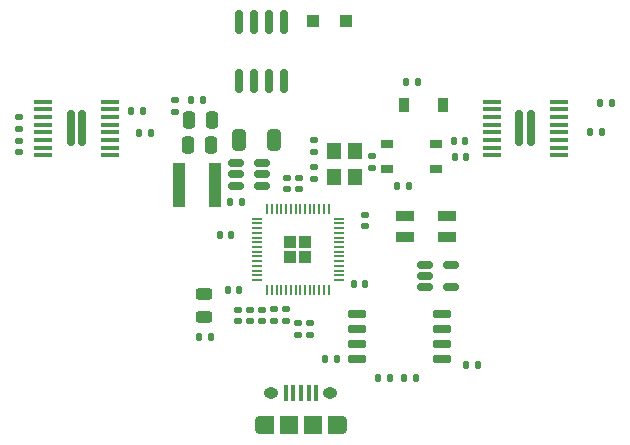
<source format=gbr>
%TF.GenerationSoftware,KiCad,Pcbnew,7.0.8*%
%TF.CreationDate,2024-07-05T14:08:20-04:00*%
%TF.ProjectId,motor-driver,6d6f746f-722d-4647-9269-7665722e6b69,rev?*%
%TF.SameCoordinates,Original*%
%TF.FileFunction,Paste,Top*%
%TF.FilePolarity,Positive*%
%FSLAX46Y46*%
G04 Gerber Fmt 4.6, Leading zero omitted, Abs format (unit mm)*
G04 Created by KiCad (PCBNEW 7.0.8) date 2024-07-05 14:08:20*
%MOMM*%
%LPD*%
G01*
G04 APERTURE LIST*
G04 Aperture macros list*
%AMRoundRect*
0 Rectangle with rounded corners*
0 $1 Rounding radius*
0 $2 $3 $4 $5 $6 $7 $8 $9 X,Y pos of 4 corners*
0 Add a 4 corners polygon primitive as box body*
4,1,4,$2,$3,$4,$5,$6,$7,$8,$9,$2,$3,0*
0 Add four circle primitives for the rounded corners*
1,1,$1+$1,$2,$3*
1,1,$1+$1,$4,$5*
1,1,$1+$1,$6,$7*
1,1,$1+$1,$8,$9*
0 Add four rect primitives between the rounded corners*
20,1,$1+$1,$2,$3,$4,$5,0*
20,1,$1+$1,$4,$5,$6,$7,0*
20,1,$1+$1,$6,$7,$8,$9,0*
20,1,$1+$1,$8,$9,$2,$3,0*%
G04 Aperture macros list end*
%ADD10RoundRect,0.135000X-0.135000X-0.185000X0.135000X-0.185000X0.135000X0.185000X-0.135000X0.185000X0*%
%ADD11RoundRect,0.140000X-0.170000X0.140000X-0.170000X-0.140000X0.170000X-0.140000X0.170000X0.140000X0*%
%ADD12RoundRect,0.250000X0.250000X0.475000X-0.250000X0.475000X-0.250000X-0.475000X0.250000X-0.475000X0*%
%ADD13RoundRect,0.140000X-0.140000X-0.170000X0.140000X-0.170000X0.140000X0.170000X-0.140000X0.170000X0*%
%ADD14RoundRect,0.175000X0.175000X1.325000X-0.175000X1.325000X-0.175000X-1.325000X0.175000X-1.325000X0*%
%ADD15RoundRect,0.097500X0.690000X0.097500X-0.690000X0.097500X-0.690000X-0.097500X0.690000X-0.097500X0*%
%ADD16RoundRect,0.140000X0.170000X-0.140000X0.170000X0.140000X-0.170000X0.140000X-0.170000X-0.140000X0*%
%ADD17RoundRect,0.140000X0.140000X0.170000X-0.140000X0.170000X-0.140000X-0.170000X0.140000X-0.170000X0*%
%ADD18RoundRect,0.150000X0.650000X0.150000X-0.650000X0.150000X-0.650000X-0.150000X0.650000X-0.150000X0*%
%ADD19R,1.200000X1.400000*%
%ADD20R,1.050000X0.650000*%
%ADD21RoundRect,0.135000X0.135000X0.185000X-0.135000X0.185000X-0.135000X-0.185000X0.135000X-0.185000X0*%
%ADD22RoundRect,0.243750X0.456250X-0.243750X0.456250X0.243750X-0.456250X0.243750X-0.456250X-0.243750X0*%
%ADD23O,0.890000X1.550000*%
%ADD24O,1.250000X0.950000*%
%ADD25R,0.400000X1.350000*%
%ADD26R,1.200000X1.550000*%
%ADD27R,1.500000X1.550000*%
%ADD28RoundRect,0.135000X0.185000X-0.135000X0.185000X0.135000X-0.185000X0.135000X-0.185000X-0.135000X0*%
%ADD29RoundRect,0.150000X0.512500X0.150000X-0.512500X0.150000X-0.512500X-0.150000X0.512500X-0.150000X0*%
%ADD30R,1.100000X1.100000*%
%ADD31RoundRect,0.150000X-0.512500X-0.150000X0.512500X-0.150000X0.512500X0.150000X-0.512500X0.150000X0*%
%ADD32R,1.100000X3.700000*%
%ADD33RoundRect,0.250000X-0.325000X-0.650000X0.325000X-0.650000X0.325000X0.650000X-0.325000X0.650000X0*%
%ADD34R,1.600000X0.850000*%
%ADD35R,0.900000X1.200000*%
%ADD36RoundRect,0.150000X0.150000X-0.825000X0.150000X0.825000X-0.150000X0.825000X-0.150000X-0.825000X0*%
%ADD37RoundRect,0.250000X0.292217X0.292217X-0.292217X0.292217X-0.292217X-0.292217X0.292217X-0.292217X0*%
%ADD38RoundRect,0.050000X0.387500X0.050000X-0.387500X0.050000X-0.387500X-0.050000X0.387500X-0.050000X0*%
%ADD39RoundRect,0.050000X0.050000X0.387500X-0.050000X0.387500X-0.050000X-0.387500X0.050000X-0.387500X0*%
G04 APERTURE END LIST*
D10*
%TO.C,R11*%
X140690000Y-106100000D03*
X141710000Y-106100000D03*
%TD*%
D11*
%TO.C,C9*%
X150762000Y-124995000D03*
X150762000Y-125955000D03*
%TD*%
D12*
%TO.C,C2*%
X142450000Y-107800000D03*
X140550000Y-107800000D03*
%TD*%
D13*
%TO.C,C16*%
X154473000Y-121665000D03*
X155433000Y-121665000D03*
%TD*%
D14*
%TO.C,U1*%
X131500000Y-108500000D03*
X130500000Y-108500000D03*
D15*
X133862500Y-110775000D03*
X133862500Y-110125000D03*
X133862500Y-109475000D03*
X133862500Y-108825000D03*
X133862500Y-108175000D03*
X133862500Y-107525000D03*
X133862500Y-106875000D03*
X133862500Y-106225000D03*
X128137500Y-106225000D03*
X128137500Y-106875000D03*
X128137500Y-107525000D03*
X128137500Y-108175000D03*
X128137500Y-108825000D03*
X128137500Y-109475000D03*
X128137500Y-110125000D03*
X128137500Y-110775000D03*
%TD*%
D16*
%TO.C,C15*%
X155400000Y-116780000D03*
X155400000Y-115820000D03*
%TD*%
D14*
%TO.C,U2*%
X169500000Y-108500000D03*
X168500000Y-108500000D03*
D15*
X171862500Y-110775000D03*
X171862500Y-110125000D03*
X171862500Y-109475000D03*
X171862500Y-108825000D03*
X171862500Y-108175000D03*
X171862500Y-107525000D03*
X171862500Y-106875000D03*
X171862500Y-106225000D03*
X166137500Y-106225000D03*
X166137500Y-106875000D03*
X166137500Y-107525000D03*
X166137500Y-108175000D03*
X166137500Y-108825000D03*
X166137500Y-109475000D03*
X166137500Y-110125000D03*
X166137500Y-110775000D03*
%TD*%
D17*
%TO.C,C8*%
X144980000Y-114700000D03*
X144020000Y-114700000D03*
%TD*%
D18*
%TO.C,U6*%
X161982000Y-128015000D03*
X161982000Y-126745000D03*
X161982000Y-125475000D03*
X161982000Y-124205000D03*
X154782000Y-124205000D03*
X154782000Y-125475000D03*
X154782000Y-126745000D03*
X154782000Y-128015000D03*
%TD*%
D19*
%TO.C,Y1*%
X152833000Y-110409000D03*
X152833000Y-112609000D03*
X154533000Y-112609000D03*
X154533000Y-110409000D03*
%TD*%
D20*
%TO.C,SW1*%
X157325000Y-109825000D03*
X161475000Y-109825000D03*
X157325000Y-111975000D03*
X161475000Y-111975000D03*
%TD*%
D17*
%TO.C,C13*%
X144765000Y-122200000D03*
X143805000Y-122200000D03*
%TD*%
D10*
%TO.C,R2*%
X158690000Y-129600000D03*
X159710000Y-129600000D03*
%TD*%
D16*
%TO.C,C20*%
X151143000Y-110461000D03*
X151143000Y-109501000D03*
%TD*%
%TO.C,C24*%
X126100000Y-110530000D03*
X126100000Y-109570000D03*
%TD*%
D21*
%TO.C,R17*%
X176360000Y-106325000D03*
X175340000Y-106325000D03*
%TD*%
D16*
%TO.C,C21*%
X156000000Y-111819000D03*
X156000000Y-110859000D03*
%TD*%
D11*
%TO.C,C17*%
X149746000Y-124995000D03*
X149746000Y-125955000D03*
%TD*%
D21*
%TO.C,R15*%
X175510000Y-108800000D03*
X174490000Y-108800000D03*
%TD*%
%TO.C,R12*%
X159910000Y-104600000D03*
X158890000Y-104600000D03*
%TD*%
D22*
%TO.C,D1*%
X141800000Y-124437500D03*
X141800000Y-122562500D03*
%TD*%
D17*
%TO.C,C18*%
X153020005Y-128040409D03*
X152060005Y-128040409D03*
%TD*%
D11*
%TO.C,C5*%
X146698000Y-123852000D03*
X146698000Y-124812000D03*
%TD*%
D16*
%TO.C,C10*%
X148857000Y-113636000D03*
X148857000Y-112676000D03*
%TD*%
D17*
%TO.C,C26*%
X163980000Y-110900000D03*
X163020000Y-110900000D03*
%TD*%
D21*
%TO.C,R9*%
X137310000Y-108900000D03*
X136290000Y-108900000D03*
%TD*%
D11*
%TO.C,C14*%
X144666000Y-123852000D03*
X144666000Y-124812000D03*
%TD*%
D23*
%TO.C,J14*%
X146500000Y-133633000D03*
D24*
X147500000Y-130933000D03*
X152500000Y-130933000D03*
D23*
X153500000Y-133633000D03*
D25*
X148700000Y-130933000D03*
X149350000Y-130933000D03*
X150000000Y-130933000D03*
X150650000Y-130933000D03*
X151300000Y-130933000D03*
D26*
X147100000Y-133633000D03*
D27*
X149000000Y-133633000D03*
X151000000Y-133633000D03*
D26*
X152900000Y-133633000D03*
%TD*%
D16*
%TO.C,C11*%
X149873000Y-113636000D03*
X149873000Y-112676000D03*
%TD*%
D28*
%TO.C,R6*%
X147714000Y-124842000D03*
X147714000Y-123822000D03*
%TD*%
D29*
%TO.C,U3*%
X146737500Y-113350000D03*
X146737500Y-112400000D03*
X146737500Y-111450000D03*
X144462500Y-111450000D03*
X144462500Y-112400000D03*
X144462500Y-113350000D03*
%TD*%
D10*
%TO.C,R3*%
X156490000Y-129600000D03*
X157510000Y-129600000D03*
%TD*%
D17*
%TO.C,C12*%
X144080000Y-117500000D03*
X143120000Y-117500000D03*
%TD*%
D11*
%TO.C,C25*%
X126100000Y-107570000D03*
X126100000Y-108530000D03*
%TD*%
D21*
%TO.C,R1*%
X142410000Y-126200000D03*
X141390000Y-126200000D03*
%TD*%
D30*
%TO.C,D6*%
X153800000Y-99400000D03*
X151000000Y-99400000D03*
%TD*%
D28*
%TO.C,R5*%
X148730000Y-124842000D03*
X148730000Y-123822000D03*
%TD*%
D10*
%TO.C,R7*%
X158126000Y-113410000D03*
X159146000Y-113410000D03*
%TD*%
D31*
%TO.C,U7*%
X160462500Y-120050000D03*
X160462500Y-121000000D03*
X160462500Y-121950000D03*
X162737500Y-121950000D03*
X162737500Y-120050000D03*
%TD*%
D32*
%TO.C,L1*%
X142700000Y-113300000D03*
X139700000Y-113300000D03*
%TD*%
D28*
%TO.C,R10*%
X139300000Y-107110000D03*
X139300000Y-106090000D03*
%TD*%
D13*
%TO.C,C7*%
X162920000Y-109600000D03*
X163880000Y-109600000D03*
%TD*%
D33*
%TO.C,C4*%
X144725000Y-109500000D03*
X147675000Y-109500000D03*
%TD*%
D34*
%TO.C,D3*%
X162350000Y-117675000D03*
X162350000Y-115925000D03*
X158850000Y-115925000D03*
X158850000Y-117675000D03*
%TD*%
D35*
%TO.C,D5*%
X158764000Y-106552000D03*
X162064000Y-106552000D03*
%TD*%
D36*
%TO.C,Q1*%
X144795000Y-104455000D03*
X146065000Y-104455000D03*
X147335000Y-104455000D03*
X148605000Y-104455000D03*
X148605000Y-99505000D03*
X147335000Y-99505000D03*
X146065000Y-99505000D03*
X144795000Y-99505000D03*
%TD*%
D11*
%TO.C,C6*%
X145682000Y-123852000D03*
X145682000Y-124812000D03*
%TD*%
D12*
%TO.C,C22*%
X142350000Y-109900000D03*
X140450000Y-109900000D03*
%TD*%
D21*
%TO.C,R14*%
X136610000Y-107000000D03*
X135590000Y-107000000D03*
%TD*%
D28*
%TO.C,R4*%
X151143000Y-112777000D03*
X151143000Y-111757000D03*
%TD*%
D37*
%TO.C,U5*%
X150383500Y-119381500D03*
X150383500Y-118106500D03*
X149108500Y-119381500D03*
X149108500Y-118106500D03*
D38*
X153183500Y-121344000D03*
X153183500Y-120944000D03*
X153183500Y-120544000D03*
X153183500Y-120144000D03*
X153183500Y-119744000D03*
X153183500Y-119344000D03*
X153183500Y-118944000D03*
X153183500Y-118544000D03*
X153183500Y-118144000D03*
X153183500Y-117744000D03*
X153183500Y-117344000D03*
X153183500Y-116944000D03*
X153183500Y-116544000D03*
X153183500Y-116144000D03*
D39*
X152346000Y-115306500D03*
X151946000Y-115306500D03*
X151546000Y-115306500D03*
X151146000Y-115306500D03*
X150746000Y-115306500D03*
X150346000Y-115306500D03*
X149946000Y-115306500D03*
X149546000Y-115306500D03*
X149146000Y-115306500D03*
X148746000Y-115306500D03*
X148346000Y-115306500D03*
X147946000Y-115306500D03*
X147546000Y-115306500D03*
X147146000Y-115306500D03*
D38*
X146308500Y-116144000D03*
X146308500Y-116544000D03*
X146308500Y-116944000D03*
X146308500Y-117344000D03*
X146308500Y-117744000D03*
X146308500Y-118144000D03*
X146308500Y-118544000D03*
X146308500Y-118944000D03*
X146308500Y-119344000D03*
X146308500Y-119744000D03*
X146308500Y-120144000D03*
X146308500Y-120544000D03*
X146308500Y-120944000D03*
X146308500Y-121344000D03*
D39*
X147146000Y-122181500D03*
X147546000Y-122181500D03*
X147946000Y-122181500D03*
X148346000Y-122181500D03*
X148746000Y-122181500D03*
X149146000Y-122181500D03*
X149546000Y-122181500D03*
X149946000Y-122181500D03*
X150346000Y-122181500D03*
X150746000Y-122181500D03*
X151146000Y-122181500D03*
X151546000Y-122181500D03*
X151946000Y-122181500D03*
X152346000Y-122181500D03*
%TD*%
D21*
%TO.C,R8*%
X165010000Y-128500000D03*
X163990000Y-128500000D03*
%TD*%
M02*

</source>
